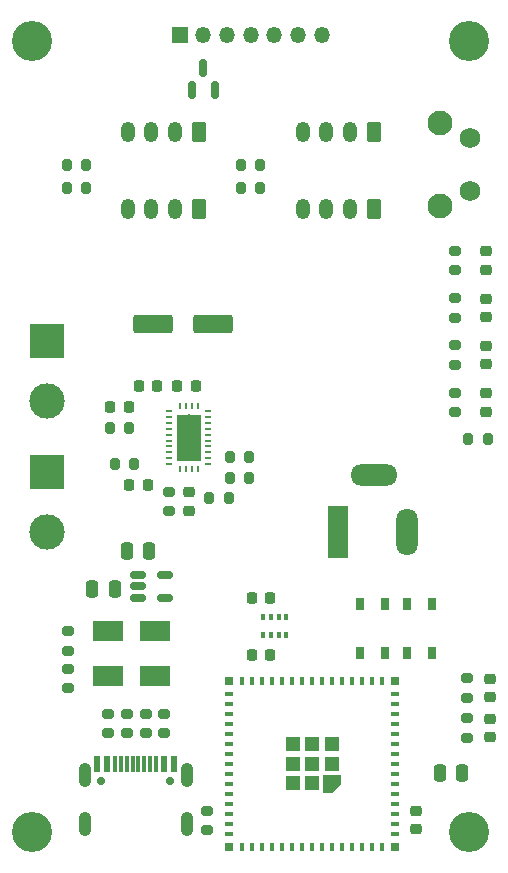
<source format=gbr>
%TF.GenerationSoftware,KiCad,Pcbnew,(6.0.7)*%
%TF.CreationDate,2022-11-21T13:24:11-08:00*%
%TF.ProjectId,WaterTopper,57617465-7254-46f7-9070-65722e6b6963,rev?*%
%TF.SameCoordinates,Original*%
%TF.FileFunction,Soldermask,Top*%
%TF.FilePolarity,Negative*%
%FSLAX46Y46*%
G04 Gerber Fmt 4.6, Leading zero omitted, Abs format (unit mm)*
G04 Created by KiCad (PCBNEW (6.0.7)) date 2022-11-21 13:24:11*
%MOMM*%
%LPD*%
G01*
G04 APERTURE LIST*
G04 Aperture macros list*
%AMRoundRect*
0 Rectangle with rounded corners*
0 $1 Rounding radius*
0 $2 $3 $4 $5 $6 $7 $8 $9 X,Y pos of 4 corners*
0 Add a 4 corners polygon primitive as box body*
4,1,4,$2,$3,$4,$5,$6,$7,$8,$9,$2,$3,0*
0 Add four circle primitives for the rounded corners*
1,1,$1+$1,$2,$3*
1,1,$1+$1,$4,$5*
1,1,$1+$1,$6,$7*
1,1,$1+$1,$8,$9*
0 Add four rect primitives between the rounded corners*
20,1,$1+$1,$2,$3,$4,$5,0*
20,1,$1+$1,$4,$5,$6,$7,0*
20,1,$1+$1,$6,$7,$8,$9,0*
20,1,$1+$1,$8,$9,$2,$3,0*%
G04 Aperture macros list end*
%ADD10C,0.010000*%
%ADD11RoundRect,0.225000X-0.225000X-0.250000X0.225000X-0.250000X0.225000X0.250000X-0.225000X0.250000X0*%
%ADD12RoundRect,0.200000X-0.200000X-0.275000X0.200000X-0.275000X0.200000X0.275000X-0.200000X0.275000X0*%
%ADD13RoundRect,0.225000X0.225000X0.250000X-0.225000X0.250000X-0.225000X-0.250000X0.225000X-0.250000X0*%
%ADD14R,1.350000X1.350000*%
%ADD15O,1.350000X1.350000*%
%ADD16C,2.100000*%
%ADD17C,1.750000*%
%ADD18RoundRect,0.200000X0.200000X0.275000X-0.200000X0.275000X-0.200000X-0.275000X0.200000X-0.275000X0*%
%ADD19RoundRect,0.200000X-0.275000X0.200000X-0.275000X-0.200000X0.275000X-0.200000X0.275000X0.200000X0*%
%ADD20RoundRect,0.218750X0.256250X-0.218750X0.256250X0.218750X-0.256250X0.218750X-0.256250X-0.218750X0*%
%ADD21RoundRect,0.200000X0.275000X-0.200000X0.275000X0.200000X-0.275000X0.200000X-0.275000X-0.200000X0*%
%ADD22RoundRect,0.250000X0.250000X0.475000X-0.250000X0.475000X-0.250000X-0.475000X0.250000X-0.475000X0*%
%ADD23R,2.500000X1.800000*%
%ADD24C,3.400000*%
%ADD25R,1.800000X4.400000*%
%ADD26O,1.800000X4.000000*%
%ADD27O,4.000000X1.800000*%
%ADD28C,0.700000*%
%ADD29R,0.600000X1.450000*%
%ADD30R,0.300000X1.450000*%
%ADD31O,1.050000X2.100000*%
%ADD32R,3.000000X3.000000*%
%ADD33C,3.000000*%
%ADD34RoundRect,0.150000X-0.512500X-0.150000X0.512500X-0.150000X0.512500X0.150000X-0.512500X0.150000X0*%
%ADD35RoundRect,0.225000X-0.250000X0.225000X-0.250000X-0.225000X0.250000X-0.225000X0.250000X0.225000X0*%
%ADD36R,0.599999X0.249999*%
%ADD37R,0.249999X0.599999*%
%ADD38R,2.000001X4.000000*%
%ADD39C,0.499999*%
%ADD40RoundRect,0.150000X0.150000X-0.587500X0.150000X0.587500X-0.150000X0.587500X-0.150000X-0.587500X0*%
%ADD41RoundRect,0.250000X-0.250000X-0.475000X0.250000X-0.475000X0.250000X0.475000X-0.250000X0.475000X0*%
%ADD42R,0.650000X1.050000*%
%ADD43RoundRect,0.250000X-1.412500X-0.550000X1.412500X-0.550000X1.412500X0.550000X-1.412500X0.550000X0*%
%ADD44R,0.800000X0.400000*%
%ADD45R,0.400000X0.800000*%
%ADD46R,1.200000X1.200000*%
%ADD47R,0.800000X0.800000*%
%ADD48R,0.350000X0.500000*%
%ADD49RoundRect,0.250000X0.350000X0.625000X-0.350000X0.625000X-0.350000X-0.625000X0.350000X-0.625000X0*%
%ADD50O,1.200000X1.750000*%
G04 APERTURE END LIST*
%TO.C,U2*%
G36*
X157050378Y-119926570D02*
G01*
X156400378Y-120576570D01*
X155650378Y-120576570D01*
X155650378Y-119176570D01*
X157050378Y-119176570D01*
X157050378Y-119926570D01*
G37*
D10*
X157050378Y-119926570D02*
X156400378Y-120576570D01*
X155650378Y-120576570D01*
X155650378Y-119176570D01*
X157050378Y-119176570D01*
X157050378Y-119926570D01*
G36*
X157050378Y-119926570D02*
G01*
X156400378Y-120576570D01*
X155650378Y-120576570D01*
X155650378Y-119176570D01*
X157050378Y-119176570D01*
X157050378Y-119926570D01*
G37*
X157050378Y-119926570D02*
X156400378Y-120576570D01*
X155650378Y-120576570D01*
X155650378Y-119176570D01*
X157050378Y-119176570D01*
X157050378Y-119926570D01*
%TD*%
D11*
%TO.C,C9*%
X140028997Y-86250000D03*
X141578997Y-86250000D03*
%TD*%
D12*
%TO.C,R22*%
X167925000Y-90750000D03*
X169575000Y-90750000D03*
%TD*%
D13*
%TO.C,C6*%
X140775000Y-94600000D03*
X139225000Y-94600000D03*
%TD*%
D14*
%TO.C,J3*%
X143500000Y-56500000D03*
D15*
X145500000Y-56500000D03*
X147500000Y-56500000D03*
X149500000Y-56500000D03*
X151500000Y-56500000D03*
X153500000Y-56500000D03*
X155500000Y-56500000D03*
%TD*%
D16*
%TO.C,SW3*%
X165547500Y-70985000D03*
X165547500Y-63975000D03*
D17*
X168037500Y-65225000D03*
X168037500Y-69725000D03*
%TD*%
D18*
%TO.C,R10*%
X139625000Y-92800000D03*
X137975000Y-92800000D03*
%TD*%
D13*
%TO.C,C12*%
X151175000Y-104200000D03*
X149625000Y-104200000D03*
%TD*%
D19*
%TO.C,R3*%
X139000000Y-113975000D03*
X139000000Y-115625000D03*
%TD*%
D20*
%TO.C,D3*%
X169400000Y-88397276D03*
X169400000Y-86822276D03*
%TD*%
D21*
%TO.C,R2*%
X142200000Y-115625000D03*
X142200000Y-113975000D03*
%TD*%
D22*
%TO.C,C3*%
X138000000Y-103400000D03*
X136100000Y-103400000D03*
%TD*%
D23*
%TO.C,D7*%
X137400000Y-110750000D03*
X141400000Y-110750000D03*
%TD*%
D22*
%TO.C,C4*%
X140900000Y-100200000D03*
X139000000Y-100200000D03*
%TD*%
D12*
%TO.C,R11*%
X147728997Y-94000000D03*
X149378997Y-94000000D03*
%TD*%
D23*
%TO.C,D8*%
X137400000Y-107000000D03*
X141400000Y-107000000D03*
%TD*%
D20*
%TO.C,D2*%
X169800000Y-112600000D03*
X169800000Y-111025000D03*
%TD*%
D24*
%TO.C,H4*%
X168000000Y-124000000D03*
%TD*%
D21*
%TO.C,R17*%
X166800000Y-76434776D03*
X166800000Y-74784776D03*
%TD*%
D25*
%TO.C,J2*%
X156900000Y-98600000D03*
D26*
X162700000Y-98600000D03*
D27*
X159900000Y-93800000D03*
%TD*%
D19*
%TO.C,R4*%
X140600000Y-113975000D03*
X140600000Y-115625000D03*
%TD*%
%TO.C,R21*%
X145787878Y-122176570D03*
X145787878Y-123826570D03*
%TD*%
D21*
%TO.C,R19*%
X167800000Y-116025000D03*
X167800000Y-114375000D03*
%TD*%
D24*
%TO.C,H2*%
X168000000Y-57000000D03*
%TD*%
D28*
%TO.C,J1*%
X142640000Y-119700000D03*
X136860000Y-119700000D03*
D29*
X136500000Y-118255000D03*
X137300000Y-118255000D03*
D30*
X138500000Y-118255000D03*
X139500000Y-118255000D03*
X140000000Y-118255000D03*
X141000000Y-118255000D03*
D29*
X143000000Y-118255000D03*
X142200000Y-118255000D03*
D30*
X141500000Y-118255000D03*
X140500000Y-118255000D03*
X139000000Y-118255000D03*
X138000000Y-118255000D03*
D31*
X135430000Y-119170000D03*
X144070000Y-119170000D03*
X135430000Y-123350000D03*
X144070000Y-123350000D03*
%TD*%
D18*
%TO.C,R13*%
X147628997Y-95750000D03*
X145978997Y-95750000D03*
%TD*%
%TO.C,R7*%
X139225000Y-89800000D03*
X137575000Y-89800000D03*
%TD*%
D19*
%TO.C,R23*%
X134000000Y-110175000D03*
X134000000Y-111825000D03*
%TD*%
D24*
%TO.C,H1*%
X131000000Y-57000000D03*
%TD*%
D32*
%TO.C,J8*%
X132250000Y-82420000D03*
D33*
X132250000Y-87500000D03*
%TD*%
D21*
%TO.C,R18*%
X166800000Y-84434776D03*
X166800000Y-82784776D03*
%TD*%
D34*
%TO.C,U1*%
X140000000Y-102250000D03*
X140000000Y-103200000D03*
X140000000Y-104150000D03*
X142275000Y-104150000D03*
X142275000Y-102250000D03*
%TD*%
D20*
%TO.C,D6*%
X169400000Y-76397276D03*
X169400000Y-74822276D03*
%TD*%
D35*
%TO.C,C5*%
X144303997Y-95225000D03*
X144303997Y-96775000D03*
%TD*%
D19*
%TO.C,R1*%
X137400000Y-113975000D03*
X137400000Y-115625000D03*
%TD*%
D24*
%TO.C,H3*%
X131000000Y-124000000D03*
%TD*%
D36*
%TO.C,U3*%
X142603998Y-88349999D03*
X142603998Y-88849998D03*
X142603998Y-89350000D03*
X142603998Y-89849999D03*
X142603998Y-90350000D03*
X142603998Y-90850000D03*
X142603998Y-91349998D03*
X142603998Y-91850000D03*
X142603998Y-92349999D03*
X142603998Y-92850001D03*
D37*
X143503996Y-93250000D03*
X144003997Y-93250000D03*
X144503997Y-93250000D03*
X145003995Y-93250000D03*
D36*
X145903996Y-92850001D03*
X145903996Y-92350002D03*
X145903996Y-91850000D03*
X145903996Y-91350001D03*
X145903996Y-90850000D03*
X145903996Y-90350000D03*
X145903996Y-89850002D03*
X145903996Y-89350000D03*
X145903996Y-88850001D03*
X145903996Y-88349999D03*
D37*
X145003998Y-87950000D03*
X144503999Y-87950000D03*
X144003997Y-87950000D03*
X143503999Y-87950000D03*
D38*
X144253997Y-90600000D03*
D39*
X145003998Y-90600000D03*
X143503996Y-90600000D03*
X144253997Y-88850001D03*
X144253997Y-92349999D03*
%TD*%
D13*
%TO.C,C7*%
X139175000Y-88000000D03*
X137625000Y-88000000D03*
%TD*%
D19*
%TO.C,R24*%
X134000000Y-106975000D03*
X134000000Y-108625000D03*
%TD*%
D20*
%TO.C,D1*%
X169800000Y-115987500D03*
X169800000Y-114412500D03*
%TD*%
D12*
%TO.C,R8*%
X133925000Y-67500000D03*
X135575000Y-67500000D03*
%TD*%
D19*
%TO.C,R12*%
X142553997Y-95175000D03*
X142553997Y-96825000D03*
%TD*%
D21*
%TO.C,R20*%
X167800000Y-112637500D03*
X167800000Y-110987500D03*
%TD*%
D12*
%TO.C,R6*%
X148675000Y-69500000D03*
X150325000Y-69500000D03*
%TD*%
D11*
%TO.C,C11*%
X149625000Y-109000000D03*
X151175000Y-109000000D03*
%TD*%
D20*
%TO.C,D5*%
X169400000Y-80397276D03*
X169400000Y-78822276D03*
%TD*%
D35*
%TO.C,C2*%
X163537878Y-122226570D03*
X163537878Y-123776570D03*
%TD*%
D40*
%TO.C,Q1*%
X144550000Y-61187500D03*
X146450000Y-61187500D03*
X145500000Y-59312500D03*
%TD*%
D41*
%TO.C,C1*%
X165500000Y-119000000D03*
X167400000Y-119000000D03*
%TD*%
D42*
%TO.C,SW2*%
X162725000Y-104725000D03*
X162725000Y-108875000D03*
X164875000Y-104725000D03*
X164875000Y-108875000D03*
%TD*%
D12*
%TO.C,R14*%
X147728997Y-92250000D03*
X149378997Y-92250000D03*
%TD*%
%TO.C,R9*%
X133925000Y-69500000D03*
X135575000Y-69500000D03*
%TD*%
D11*
%TO.C,C10*%
X143278997Y-86250000D03*
X144828997Y-86250000D03*
%TD*%
D20*
%TO.C,D4*%
X169400000Y-84397276D03*
X169400000Y-82822276D03*
%TD*%
D43*
%TO.C,C8*%
X141262500Y-81000000D03*
X146337500Y-81000000D03*
%TD*%
D21*
%TO.C,R16*%
X166800000Y-88434776D03*
X166800000Y-86784776D03*
%TD*%
D42*
%TO.C,SW1*%
X158725000Y-108875000D03*
X158725000Y-104725000D03*
X160875000Y-104725000D03*
X160875000Y-108875000D03*
%TD*%
D12*
%TO.C,R5*%
X148675000Y-67500000D03*
X150325000Y-67500000D03*
%TD*%
D32*
%TO.C,J9*%
X132250000Y-93500000D03*
D33*
X132250000Y-98580000D03*
%TD*%
D44*
%TO.C,U2*%
X161700378Y-124176570D03*
X161700378Y-123326570D03*
X161700378Y-122476570D03*
X161700378Y-121626570D03*
X161700378Y-120776570D03*
X161700378Y-119926570D03*
X161700378Y-119076570D03*
X161700378Y-118226570D03*
X161700378Y-117376570D03*
X161700378Y-116526570D03*
X161700378Y-115676570D03*
X161700378Y-114826570D03*
X161700378Y-113976570D03*
X161700378Y-113126570D03*
X161700378Y-112276570D03*
D45*
X160650378Y-111226570D03*
X159800378Y-111226570D03*
X158950378Y-111226570D03*
X158100378Y-111226570D03*
X157250378Y-111226570D03*
X156400378Y-111226570D03*
X155550378Y-111226570D03*
X154700378Y-111226570D03*
X153850378Y-111226570D03*
X153000378Y-111226570D03*
X152150378Y-111226570D03*
X151300378Y-111226570D03*
X150450378Y-111226570D03*
X149600378Y-111226570D03*
X148750378Y-111226570D03*
D44*
X147700378Y-112276570D03*
X147700378Y-113126570D03*
X147700378Y-113976570D03*
X147700378Y-114826570D03*
X147700378Y-115676570D03*
X147700378Y-116526570D03*
X147700378Y-117376570D03*
X147700378Y-118226570D03*
X147700378Y-119076570D03*
X147700378Y-119926570D03*
X147700378Y-120776570D03*
X147700378Y-121626570D03*
X147700378Y-122476570D03*
X147700378Y-123326570D03*
X147700378Y-124176570D03*
D45*
X148750378Y-125226570D03*
X149600378Y-125226570D03*
X150450378Y-125226570D03*
X151300378Y-125226570D03*
X152150378Y-125226570D03*
X153000378Y-125226570D03*
X153850378Y-125226570D03*
X154700378Y-125226570D03*
X155550378Y-125226570D03*
X156400378Y-125226570D03*
X157250378Y-125226570D03*
X158100378Y-125226570D03*
X158950378Y-125226570D03*
X159800378Y-125226570D03*
X160650378Y-125226570D03*
D46*
X154700378Y-118226570D03*
X154700378Y-119876570D03*
X153050378Y-119876570D03*
X153050378Y-118226570D03*
X153050378Y-116576570D03*
X154700378Y-116576570D03*
X156350378Y-116576570D03*
X156350378Y-118226570D03*
D47*
X161700378Y-125226570D03*
X161700378Y-111226570D03*
X147700378Y-111226570D03*
X147700378Y-125226570D03*
%TD*%
D48*
%TO.C,U4*%
X150575000Y-105750000D03*
X151225000Y-105750000D03*
X151875000Y-105750000D03*
X152525000Y-105750000D03*
X152525000Y-107350000D03*
X151875000Y-107350000D03*
X151225000Y-107350000D03*
X150575000Y-107350000D03*
%TD*%
D21*
%TO.C,R15*%
X166800000Y-80434776D03*
X166800000Y-78784776D03*
%TD*%
D49*
%TO.C,J7*%
X145100000Y-71200000D03*
D50*
X143100000Y-71200000D03*
X141100000Y-71200000D03*
X139100000Y-71200000D03*
%TD*%
D49*
%TO.C,J4*%
X159900000Y-64700000D03*
D50*
X157900000Y-64700000D03*
X155900000Y-64700000D03*
X153900000Y-64700000D03*
%TD*%
D49*
%TO.C,J5*%
X159900000Y-71200000D03*
D50*
X157900000Y-71200000D03*
X155900000Y-71200000D03*
X153900000Y-71200000D03*
%TD*%
D49*
%TO.C,J6*%
X145100000Y-64700000D03*
D50*
X143100000Y-64700000D03*
X141100000Y-64700000D03*
X139100000Y-64700000D03*
%TD*%
M02*

</source>
